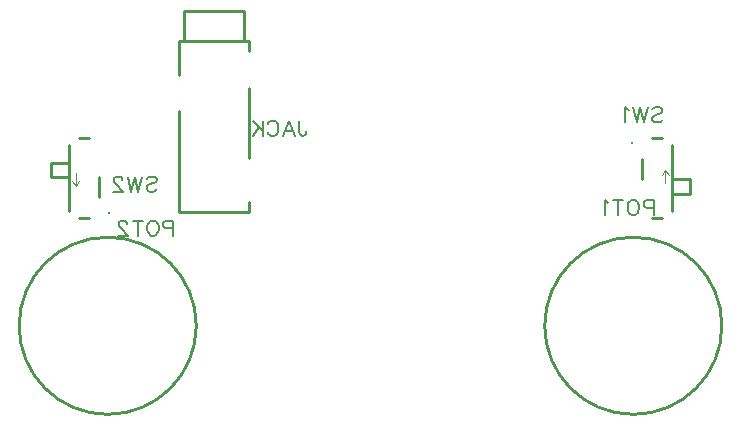
<source format=gbr>
G04 DipTrace 3.3.1.1*
G04 BottomSilk.gbr*
%MOIN*%
G04 #@! TF.FileFunction,Legend,Bot*
G04 #@! TF.Part,Single*
%ADD10C,0.009843*%
%ADD15C,0.003937*%
%ADD25C,0.01181*%
%ADD65C,0.00772*%
%FSLAX26Y26*%
G04*
G70*
G90*
G75*
G01*
G04 BotSilk*
%LPD*%
X1003856Y2012529D2*
D10*
X767637D1*
Y1900295D1*
X1003856Y1979133D2*
Y2012529D1*
Y1441722D2*
Y1475118D1*
Y1856994D2*
Y1620814D1*
X767637Y1778290D2*
Y1441722D1*
X953840D1*
X929053D2*
X1003856D1*
X984171Y2110976D2*
X787322D1*
X984171D2*
Y2012529D1*
X787322Y2110976D2*
Y2012529D1*
X2413390Y1665340D2*
Y1444899D1*
X2377959Y1421274D2*
X2346451D1*
X2413390Y1551198D2*
X2472441D1*
Y1503947D1*
X2413390D1*
Y1551198D1*
X2377959Y1688965D2*
X2346451D1*
X2311020Y1618121D2*
Y1551198D1*
X2389769Y1537376D2*
D15*
Y1580706D1*
X2377959Y1564955D1*
X2389769Y1580706D2*
X2401580Y1564955D1*
D25*
X2277551Y1671254D3*
X401571Y1444899D2*
D10*
Y1665340D1*
X437002Y1688965D2*
X468509D1*
X401571Y1559041D2*
X342520D1*
Y1606292D1*
X401571D1*
Y1559041D1*
X437002Y1421274D2*
X468509D1*
X503940Y1492118D2*
Y1559041D1*
X425191Y1572863D2*
D15*
Y1529533D1*
X437002Y1545284D1*
X425191Y1529533D2*
X413381Y1545284D1*
D25*
X537409Y1438985D3*
X1988198Y1062993D2*
D10*
G02X1988198Y1062993I295271J0D01*
G01*
X236220D2*
G02X236220Y1062993I295271J0D01*
G01*
X1169602Y1746699D2*
D65*
Y1708453D1*
X1171978Y1701268D1*
X1174410Y1698891D1*
X1179163Y1696459D1*
X1183972D1*
X1188725Y1698891D1*
X1191102Y1701268D1*
X1193533Y1708453D1*
Y1713206D1*
X1115861Y1696459D2*
X1135039Y1746699D1*
X1154162Y1696459D1*
X1146977Y1713206D2*
X1123046D1*
X1064551Y1734761D2*
X1066928Y1739514D1*
X1071736Y1744323D1*
X1076490Y1746699D1*
X1086051D1*
X1090860Y1744323D1*
X1095613Y1739514D1*
X1098045Y1734761D1*
X1100421Y1727576D1*
Y1715583D1*
X1098045Y1708453D1*
X1095613Y1703644D1*
X1090860Y1698891D1*
X1086051Y1696459D1*
X1076490D1*
X1071736Y1698891D1*
X1066928Y1703644D1*
X1064551Y1708453D1*
X1049112Y1746699D2*
Y1696459D1*
X1015619Y1746699D2*
X1049112Y1713206D1*
X1037174Y1725200D2*
X1015619Y1696459D1*
X2346731Y1784543D2*
X2351484Y1789352D1*
X2358669Y1791728D1*
X2368231D1*
X2375416Y1789352D1*
X2380225Y1784543D1*
Y1779790D1*
X2377793Y1774982D1*
X2375416Y1772605D1*
X2370663Y1770228D1*
X2356293Y1765420D1*
X2351484Y1763043D1*
X2349108Y1760612D1*
X2346731Y1755858D1*
Y1748673D1*
X2351484Y1743920D1*
X2358669Y1741488D1*
X2368231D1*
X2375416Y1743920D1*
X2380225Y1748673D1*
X2331292Y1791728D2*
X2319299Y1741488D1*
X2307360Y1791728D1*
X2295422Y1741488D1*
X2283429Y1791728D1*
X2267989Y1782111D2*
X2263181Y1784543D1*
X2255996Y1791673D1*
Y1741488D1*
X661221Y1553293D2*
X665975Y1558101D1*
X673160Y1560478D1*
X682721D1*
X689906Y1558101D1*
X694715Y1553293D1*
Y1548539D1*
X692283Y1543731D1*
X689906Y1541354D1*
X685153Y1538978D1*
X670783Y1534169D1*
X665975Y1531793D1*
X663598Y1529361D1*
X661221Y1524608D1*
Y1517423D1*
X665975Y1512670D1*
X673160Y1510238D1*
X682721D1*
X689906Y1512670D1*
X694715Y1517423D1*
X645782Y1560478D2*
X633789Y1510238D1*
X621850Y1560478D1*
X609912Y1510238D1*
X597919Y1560478D1*
X580048Y1548484D2*
Y1550861D1*
X577671Y1555669D1*
X575294Y1558046D1*
X570486Y1560422D1*
X560924D1*
X556171Y1558046D1*
X553795Y1555669D1*
X551363Y1550861D1*
Y1546108D1*
X553795Y1541299D1*
X558548Y1534169D1*
X582479Y1510238D1*
X548986D1*
X2351457Y1456365D2*
X2329902D1*
X2322772Y1458741D1*
X2320341Y1461173D1*
X2317964Y1465927D1*
Y1473112D1*
X2320341Y1477865D1*
X2322772Y1480297D1*
X2329902Y1482673D1*
X2351457D1*
Y1432433D1*
X2288155Y1482673D2*
X2292963Y1480297D1*
X2297716Y1475488D1*
X2300148Y1470735D1*
X2302525Y1463550D1*
Y1451556D1*
X2300148Y1444427D1*
X2297716Y1439618D1*
X2292963Y1434865D1*
X2288155Y1432433D1*
X2278593D1*
X2273840Y1434865D1*
X2269031Y1439618D1*
X2266655Y1444427D1*
X2264278Y1451556D1*
Y1463550D1*
X2266655Y1470735D1*
X2269031Y1475488D1*
X2273840Y1480297D1*
X2278593Y1482673D1*
X2288155D1*
X2232092D2*
Y1432433D1*
X2248839Y1482673D2*
X2215346D1*
X2199906Y1473056D2*
X2195098Y1475488D1*
X2187913Y1482618D1*
Y1432433D1*
X750298Y1387616D2*
X728743D1*
X721613Y1389992D1*
X719181Y1392424D1*
X716804Y1397177D1*
Y1404362D1*
X719181Y1409115D1*
X721613Y1411547D1*
X728743Y1413924D1*
X750298D1*
Y1363684D1*
X686995Y1413924D2*
X691804Y1411547D1*
X696557Y1406739D1*
X698989Y1401986D1*
X701365Y1394801D1*
Y1382807D1*
X698989Y1375677D1*
X696557Y1370869D1*
X691804Y1366116D1*
X686995Y1363684D1*
X677433D1*
X672680Y1366116D1*
X667872Y1370869D1*
X665495Y1375677D1*
X663119Y1382807D1*
Y1394801D1*
X665495Y1401986D1*
X667872Y1406739D1*
X672680Y1411547D1*
X677433Y1413924D1*
X686995D1*
X630933D2*
Y1363684D1*
X647679Y1413924D2*
X614186D1*
X596315Y1401930D2*
Y1404307D1*
X593938Y1409115D1*
X591562Y1411492D1*
X586753Y1413869D1*
X577192D1*
X572438Y1411492D1*
X570062Y1409115D1*
X567630Y1404307D1*
Y1399554D1*
X570062Y1394745D1*
X574815Y1387616D1*
X598747Y1363684D1*
X565253D1*
M02*

</source>
